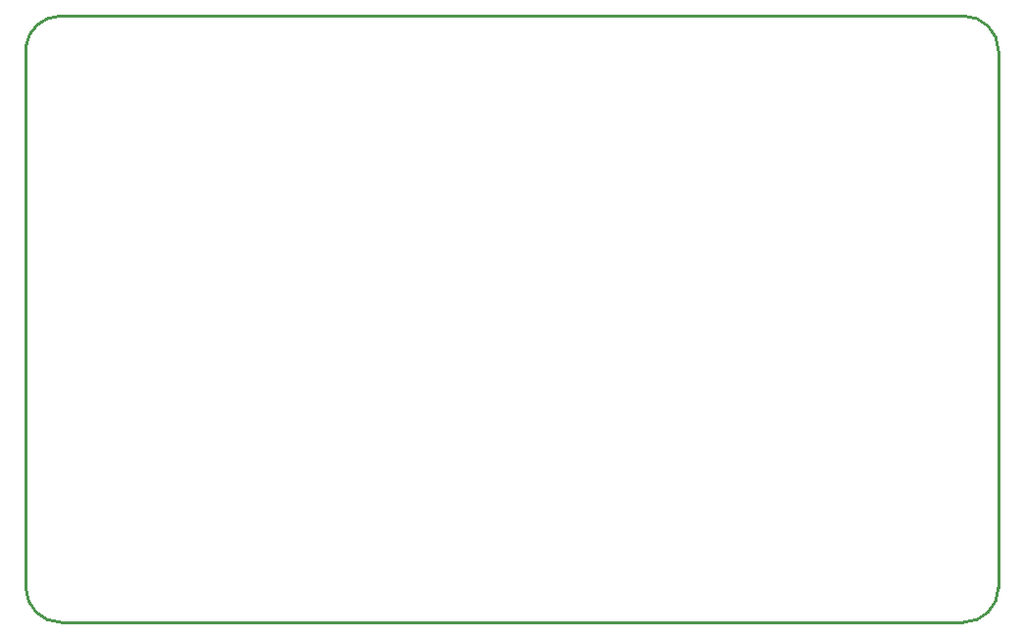
<source format=gko>
G04*
G04 #@! TF.GenerationSoftware,Altium Limited,Altium Designer,21.1.1 (26)*
G04*
G04 Layer_Color=16711935*
%FSLAX43Y43*%
%MOMM*%
G71*
G04*
G04 #@! TF.SameCoordinates,37E81C00-8B6F-4B96-ABBB-DCCB29EF6B03*
G04*
G04*
G04 #@! TF.FilePolarity,Positive*
G04*
G01*
G75*
%ADD12C,0.254*%
G54D12*
X38525Y56225D02*
G03*
X41525Y53250I3000J25D01*
G01*
X119475Y53250D02*
G03*
X122475Y56250I0J3000D01*
G01*
Y102625D02*
G03*
X119475Y105625I-3000J0D01*
G01*
X41475D02*
G03*
X38525Y102980I29J-3000D01*
G01*
X38525Y102975D02*
X38525Y56225D01*
X41525Y53250D02*
X119475Y53250D01*
X41475Y105625D02*
X119475Y105625D01*
X122475Y102625D02*
X122475Y56250D01*
M02*

</source>
